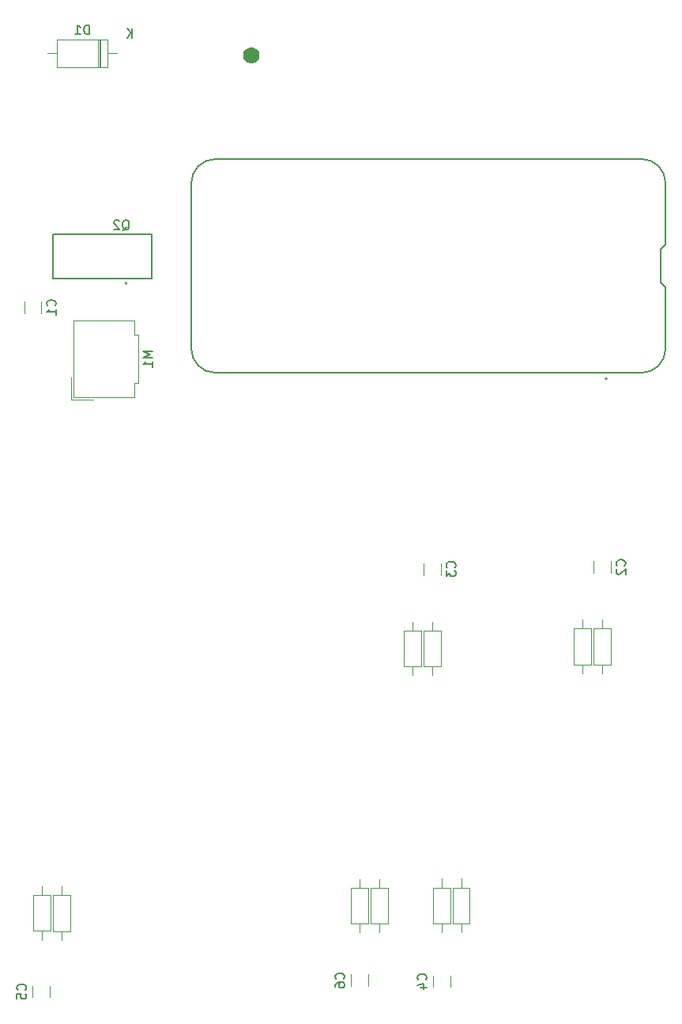
<source format=gbr>
%TF.GenerationSoftware,KiCad,Pcbnew,8.0.1*%
%TF.CreationDate,2024-05-06T19:00:19+02:00*%
%TF.ProjectId,teamagotchi,7465616d-6167-46f7-9463-68692e6b6963,rev?*%
%TF.SameCoordinates,Original*%
%TF.FileFunction,Legend,Bot*%
%TF.FilePolarity,Positive*%
%FSLAX46Y46*%
G04 Gerber Fmt 4.6, Leading zero omitted, Abs format (unit mm)*
G04 Created by KiCad (PCBNEW 8.0.1) date 2024-05-06 19:00:19*
%MOMM*%
%LPD*%
G01*
G04 APERTURE LIST*
%ADD10C,0.150000*%
%ADD11C,0.120000*%
%ADD12C,0.127000*%
%ADD13C,0.200000*%
%ADD14C,1.778000*%
G04 APERTURE END LIST*
D10*
X147169580Y-150439333D02*
X147217200Y-150391714D01*
X147217200Y-150391714D02*
X147264819Y-150248857D01*
X147264819Y-150248857D02*
X147264819Y-150153619D01*
X147264819Y-150153619D02*
X147217200Y-150010762D01*
X147217200Y-150010762D02*
X147121961Y-149915524D01*
X147121961Y-149915524D02*
X147026723Y-149867905D01*
X147026723Y-149867905D02*
X146836247Y-149820286D01*
X146836247Y-149820286D02*
X146693390Y-149820286D01*
X146693390Y-149820286D02*
X146502914Y-149867905D01*
X146502914Y-149867905D02*
X146407676Y-149915524D01*
X146407676Y-149915524D02*
X146312438Y-150010762D01*
X146312438Y-150010762D02*
X146264819Y-150153619D01*
X146264819Y-150153619D02*
X146264819Y-150248857D01*
X146264819Y-150248857D02*
X146312438Y-150391714D01*
X146312438Y-150391714D02*
X146360057Y-150439333D01*
X146264819Y-151296476D02*
X146264819Y-151106000D01*
X146264819Y-151106000D02*
X146312438Y-151010762D01*
X146312438Y-151010762D02*
X146360057Y-150963143D01*
X146360057Y-150963143D02*
X146502914Y-150867905D01*
X146502914Y-150867905D02*
X146693390Y-150820286D01*
X146693390Y-150820286D02*
X147074342Y-150820286D01*
X147074342Y-150820286D02*
X147169580Y-150867905D01*
X147169580Y-150867905D02*
X147217200Y-150915524D01*
X147217200Y-150915524D02*
X147264819Y-151010762D01*
X147264819Y-151010762D02*
X147264819Y-151201238D01*
X147264819Y-151201238D02*
X147217200Y-151296476D01*
X147217200Y-151296476D02*
X147169580Y-151344095D01*
X147169580Y-151344095D02*
X147074342Y-151391714D01*
X147074342Y-151391714D02*
X146836247Y-151391714D01*
X146836247Y-151391714D02*
X146741009Y-151344095D01*
X146741009Y-151344095D02*
X146693390Y-151296476D01*
X146693390Y-151296476D02*
X146645771Y-151201238D01*
X146645771Y-151201238D02*
X146645771Y-151010762D01*
X146645771Y-151010762D02*
X146693390Y-150915524D01*
X146693390Y-150915524D02*
X146741009Y-150867905D01*
X146741009Y-150867905D02*
X146836247Y-150820286D01*
X113069580Y-151639333D02*
X113117200Y-151591714D01*
X113117200Y-151591714D02*
X113164819Y-151448857D01*
X113164819Y-151448857D02*
X113164819Y-151353619D01*
X113164819Y-151353619D02*
X113117200Y-151210762D01*
X113117200Y-151210762D02*
X113021961Y-151115524D01*
X113021961Y-151115524D02*
X112926723Y-151067905D01*
X112926723Y-151067905D02*
X112736247Y-151020286D01*
X112736247Y-151020286D02*
X112593390Y-151020286D01*
X112593390Y-151020286D02*
X112402914Y-151067905D01*
X112402914Y-151067905D02*
X112307676Y-151115524D01*
X112307676Y-151115524D02*
X112212438Y-151210762D01*
X112212438Y-151210762D02*
X112164819Y-151353619D01*
X112164819Y-151353619D02*
X112164819Y-151448857D01*
X112164819Y-151448857D02*
X112212438Y-151591714D01*
X112212438Y-151591714D02*
X112260057Y-151639333D01*
X112164819Y-152544095D02*
X112164819Y-152067905D01*
X112164819Y-152067905D02*
X112641009Y-152020286D01*
X112641009Y-152020286D02*
X112593390Y-152067905D01*
X112593390Y-152067905D02*
X112545771Y-152163143D01*
X112545771Y-152163143D02*
X112545771Y-152401238D01*
X112545771Y-152401238D02*
X112593390Y-152496476D01*
X112593390Y-152496476D02*
X112641009Y-152544095D01*
X112641009Y-152544095D02*
X112736247Y-152591714D01*
X112736247Y-152591714D02*
X112974342Y-152591714D01*
X112974342Y-152591714D02*
X113069580Y-152544095D01*
X113069580Y-152544095D02*
X113117200Y-152496476D01*
X113117200Y-152496476D02*
X113164819Y-152401238D01*
X113164819Y-152401238D02*
X113164819Y-152163143D01*
X113164819Y-152163143D02*
X113117200Y-152067905D01*
X113117200Y-152067905D02*
X113069580Y-152020286D01*
X155969580Y-150539333D02*
X156017200Y-150491714D01*
X156017200Y-150491714D02*
X156064819Y-150348857D01*
X156064819Y-150348857D02*
X156064819Y-150253619D01*
X156064819Y-150253619D02*
X156017200Y-150110762D01*
X156017200Y-150110762D02*
X155921961Y-150015524D01*
X155921961Y-150015524D02*
X155826723Y-149967905D01*
X155826723Y-149967905D02*
X155636247Y-149920286D01*
X155636247Y-149920286D02*
X155493390Y-149920286D01*
X155493390Y-149920286D02*
X155302914Y-149967905D01*
X155302914Y-149967905D02*
X155207676Y-150015524D01*
X155207676Y-150015524D02*
X155112438Y-150110762D01*
X155112438Y-150110762D02*
X155064819Y-150253619D01*
X155064819Y-150253619D02*
X155064819Y-150348857D01*
X155064819Y-150348857D02*
X155112438Y-150491714D01*
X155112438Y-150491714D02*
X155160057Y-150539333D01*
X155398152Y-151396476D02*
X156064819Y-151396476D01*
X155017200Y-151158381D02*
X155731485Y-150920286D01*
X155731485Y-150920286D02*
X155731485Y-151539333D01*
X159069580Y-106439333D02*
X159117200Y-106391714D01*
X159117200Y-106391714D02*
X159164819Y-106248857D01*
X159164819Y-106248857D02*
X159164819Y-106153619D01*
X159164819Y-106153619D02*
X159117200Y-106010762D01*
X159117200Y-106010762D02*
X159021961Y-105915524D01*
X159021961Y-105915524D02*
X158926723Y-105867905D01*
X158926723Y-105867905D02*
X158736247Y-105820286D01*
X158736247Y-105820286D02*
X158593390Y-105820286D01*
X158593390Y-105820286D02*
X158402914Y-105867905D01*
X158402914Y-105867905D02*
X158307676Y-105915524D01*
X158307676Y-105915524D02*
X158212438Y-106010762D01*
X158212438Y-106010762D02*
X158164819Y-106153619D01*
X158164819Y-106153619D02*
X158164819Y-106248857D01*
X158164819Y-106248857D02*
X158212438Y-106391714D01*
X158212438Y-106391714D02*
X158260057Y-106439333D01*
X158164819Y-106772667D02*
X158164819Y-107391714D01*
X158164819Y-107391714D02*
X158545771Y-107058381D01*
X158545771Y-107058381D02*
X158545771Y-107201238D01*
X158545771Y-107201238D02*
X158593390Y-107296476D01*
X158593390Y-107296476D02*
X158641009Y-107344095D01*
X158641009Y-107344095D02*
X158736247Y-107391714D01*
X158736247Y-107391714D02*
X158974342Y-107391714D01*
X158974342Y-107391714D02*
X159069580Y-107344095D01*
X159069580Y-107344095D02*
X159117200Y-107296476D01*
X159117200Y-107296476D02*
X159164819Y-107201238D01*
X159164819Y-107201238D02*
X159164819Y-106915524D01*
X159164819Y-106915524D02*
X159117200Y-106820286D01*
X159117200Y-106820286D02*
X159069580Y-106772667D01*
X177269580Y-106229333D02*
X177317200Y-106181714D01*
X177317200Y-106181714D02*
X177364819Y-106038857D01*
X177364819Y-106038857D02*
X177364819Y-105943619D01*
X177364819Y-105943619D02*
X177317200Y-105800762D01*
X177317200Y-105800762D02*
X177221961Y-105705524D01*
X177221961Y-105705524D02*
X177126723Y-105657905D01*
X177126723Y-105657905D02*
X176936247Y-105610286D01*
X176936247Y-105610286D02*
X176793390Y-105610286D01*
X176793390Y-105610286D02*
X176602914Y-105657905D01*
X176602914Y-105657905D02*
X176507676Y-105705524D01*
X176507676Y-105705524D02*
X176412438Y-105800762D01*
X176412438Y-105800762D02*
X176364819Y-105943619D01*
X176364819Y-105943619D02*
X176364819Y-106038857D01*
X176364819Y-106038857D02*
X176412438Y-106181714D01*
X176412438Y-106181714D02*
X176460057Y-106229333D01*
X176460057Y-106610286D02*
X176412438Y-106657905D01*
X176412438Y-106657905D02*
X176364819Y-106753143D01*
X176364819Y-106753143D02*
X176364819Y-106991238D01*
X176364819Y-106991238D02*
X176412438Y-107086476D01*
X176412438Y-107086476D02*
X176460057Y-107134095D01*
X176460057Y-107134095D02*
X176555295Y-107181714D01*
X176555295Y-107181714D02*
X176650533Y-107181714D01*
X176650533Y-107181714D02*
X176793390Y-107134095D01*
X176793390Y-107134095D02*
X177364819Y-106562667D01*
X177364819Y-106562667D02*
X177364819Y-107181714D01*
X123460238Y-70381057D02*
X123555476Y-70333438D01*
X123555476Y-70333438D02*
X123650714Y-70238200D01*
X123650714Y-70238200D02*
X123793571Y-70095342D01*
X123793571Y-70095342D02*
X123888809Y-70047723D01*
X123888809Y-70047723D02*
X123984047Y-70047723D01*
X123936428Y-70285819D02*
X124031666Y-70238200D01*
X124031666Y-70238200D02*
X124126904Y-70142961D01*
X124126904Y-70142961D02*
X124174523Y-69952485D01*
X124174523Y-69952485D02*
X124174523Y-69619152D01*
X124174523Y-69619152D02*
X124126904Y-69428676D01*
X124126904Y-69428676D02*
X124031666Y-69333438D01*
X124031666Y-69333438D02*
X123936428Y-69285819D01*
X123936428Y-69285819D02*
X123745952Y-69285819D01*
X123745952Y-69285819D02*
X123650714Y-69333438D01*
X123650714Y-69333438D02*
X123555476Y-69428676D01*
X123555476Y-69428676D02*
X123507857Y-69619152D01*
X123507857Y-69619152D02*
X123507857Y-69952485D01*
X123507857Y-69952485D02*
X123555476Y-70142961D01*
X123555476Y-70142961D02*
X123650714Y-70238200D01*
X123650714Y-70238200D02*
X123745952Y-70285819D01*
X123745952Y-70285819D02*
X123936428Y-70285819D01*
X123126904Y-69381057D02*
X123079285Y-69333438D01*
X123079285Y-69333438D02*
X122984047Y-69285819D01*
X122984047Y-69285819D02*
X122745952Y-69285819D01*
X122745952Y-69285819D02*
X122650714Y-69333438D01*
X122650714Y-69333438D02*
X122603095Y-69381057D01*
X122603095Y-69381057D02*
X122555476Y-69476295D01*
X122555476Y-69476295D02*
X122555476Y-69571533D01*
X122555476Y-69571533D02*
X122603095Y-69714390D01*
X122603095Y-69714390D02*
X123174523Y-70285819D01*
X123174523Y-70285819D02*
X122555476Y-70285819D01*
X119918094Y-49390819D02*
X119918094Y-48390819D01*
X119918094Y-48390819D02*
X119679999Y-48390819D01*
X119679999Y-48390819D02*
X119537142Y-48438438D01*
X119537142Y-48438438D02*
X119441904Y-48533676D01*
X119441904Y-48533676D02*
X119394285Y-48628914D01*
X119394285Y-48628914D02*
X119346666Y-48819390D01*
X119346666Y-48819390D02*
X119346666Y-48962247D01*
X119346666Y-48962247D02*
X119394285Y-49152723D01*
X119394285Y-49152723D02*
X119441904Y-49247961D01*
X119441904Y-49247961D02*
X119537142Y-49343200D01*
X119537142Y-49343200D02*
X119679999Y-49390819D01*
X119679999Y-49390819D02*
X119918094Y-49390819D01*
X118394285Y-49390819D02*
X118965713Y-49390819D01*
X118679999Y-49390819D02*
X118679999Y-48390819D01*
X118679999Y-48390819D02*
X118775237Y-48533676D01*
X118775237Y-48533676D02*
X118870475Y-48628914D01*
X118870475Y-48628914D02*
X118965713Y-48676533D01*
X124521904Y-49760819D02*
X124521904Y-48760819D01*
X123950476Y-49760819D02*
X124379047Y-49189390D01*
X123950476Y-48760819D02*
X124521904Y-49332247D01*
X126714819Y-83296476D02*
X125714819Y-83296476D01*
X125714819Y-83296476D02*
X126429104Y-83629809D01*
X126429104Y-83629809D02*
X125714819Y-83963142D01*
X125714819Y-83963142D02*
X126714819Y-83963142D01*
X126714819Y-84963142D02*
X126714819Y-84391714D01*
X126714819Y-84677428D02*
X125714819Y-84677428D01*
X125714819Y-84677428D02*
X125857676Y-84582190D01*
X125857676Y-84582190D02*
X125952914Y-84486952D01*
X125952914Y-84486952D02*
X126000533Y-84391714D01*
X116269580Y-78439333D02*
X116317200Y-78391714D01*
X116317200Y-78391714D02*
X116364819Y-78248857D01*
X116364819Y-78248857D02*
X116364819Y-78153619D01*
X116364819Y-78153619D02*
X116317200Y-78010762D01*
X116317200Y-78010762D02*
X116221961Y-77915524D01*
X116221961Y-77915524D02*
X116126723Y-77867905D01*
X116126723Y-77867905D02*
X115936247Y-77820286D01*
X115936247Y-77820286D02*
X115793390Y-77820286D01*
X115793390Y-77820286D02*
X115602914Y-77867905D01*
X115602914Y-77867905D02*
X115507676Y-77915524D01*
X115507676Y-77915524D02*
X115412438Y-78010762D01*
X115412438Y-78010762D02*
X115364819Y-78153619D01*
X115364819Y-78153619D02*
X115364819Y-78248857D01*
X115364819Y-78248857D02*
X115412438Y-78391714D01*
X115412438Y-78391714D02*
X115460057Y-78439333D01*
X116364819Y-79391714D02*
X116364819Y-78820286D01*
X116364819Y-79106000D02*
X115364819Y-79106000D01*
X115364819Y-79106000D02*
X115507676Y-79010762D01*
X115507676Y-79010762D02*
X115602914Y-78915524D01*
X115602914Y-78915524D02*
X115650533Y-78820286D01*
D11*
%TO.C,R6*%
X159760000Y-144526000D02*
X159760000Y-145476000D01*
X158840000Y-144526000D02*
X160680000Y-144526000D01*
X158840000Y-140686000D02*
X158840000Y-144526000D01*
X160680000Y-144526000D02*
X160680000Y-140686000D01*
X160680000Y-140686000D02*
X158840000Y-140686000D01*
X159760000Y-140686000D02*
X159760000Y-139736000D01*
%TO.C,R4*%
X154560000Y-117016000D02*
X154560000Y-117966000D01*
X153640000Y-117016000D02*
X155480000Y-117016000D01*
X153640000Y-113176000D02*
X153640000Y-117016000D01*
X155480000Y-117016000D02*
X155480000Y-113176000D01*
X155480000Y-113176000D02*
X153640000Y-113176000D01*
X154560000Y-113176000D02*
X154560000Y-112226000D01*
%TO.C,R10*%
X150960000Y-144536000D02*
X150960000Y-145486000D01*
X150040000Y-144536000D02*
X151880000Y-144536000D01*
X150040000Y-140696000D02*
X150040000Y-144536000D01*
X151880000Y-144536000D02*
X151880000Y-140696000D01*
X151880000Y-140696000D02*
X150040000Y-140696000D01*
X150960000Y-140696000D02*
X150960000Y-139746000D01*
%TO.C,R9*%
X148860000Y-144536000D02*
X148860000Y-145486000D01*
X147940000Y-144536000D02*
X149780000Y-144536000D01*
X147940000Y-140696000D02*
X147940000Y-144536000D01*
X149780000Y-144536000D02*
X149780000Y-140696000D01*
X149780000Y-140696000D02*
X147940000Y-140696000D01*
X148860000Y-140696000D02*
X148860000Y-139746000D01*
%TO.C,R8*%
X116960000Y-145336000D02*
X116960000Y-146286000D01*
X116040000Y-145336000D02*
X117880000Y-145336000D01*
X116040000Y-141496000D02*
X116040000Y-145336000D01*
X117880000Y-145336000D02*
X117880000Y-141496000D01*
X117880000Y-141496000D02*
X116040000Y-141496000D01*
X116960000Y-141496000D02*
X116960000Y-140546000D01*
%TO.C,R7*%
X114860000Y-145326000D02*
X114860000Y-146276000D01*
X113940000Y-145326000D02*
X115780000Y-145326000D01*
X113940000Y-141486000D02*
X113940000Y-145326000D01*
X115780000Y-145326000D02*
X115780000Y-141486000D01*
X115780000Y-141486000D02*
X113940000Y-141486000D01*
X114860000Y-141486000D02*
X114860000Y-140536000D01*
%TO.C,C6*%
X149780000Y-151235000D02*
X149780000Y-149977000D01*
X147940000Y-151235000D02*
X147940000Y-149977000D01*
%TO.C,C5*%
X115680000Y-152435000D02*
X115680000Y-151177000D01*
X113840000Y-152435000D02*
X113840000Y-151177000D01*
%TO.C,C4*%
X158580000Y-151335000D02*
X158580000Y-150077000D01*
X156740000Y-151335000D02*
X156740000Y-150077000D01*
%TO.C,C3*%
X157580000Y-105977000D02*
X157580000Y-107235000D01*
X155740000Y-105977000D02*
X155740000Y-107235000D01*
%TO.C,C2*%
X173940000Y-105767000D02*
X173940000Y-107025000D01*
X175780000Y-105767000D02*
X175780000Y-107025000D01*
D12*
%TO.C,Q2*%
X126590000Y-75516000D02*
X126590000Y-70816000D01*
X116050000Y-75516000D02*
X126590000Y-75516000D01*
X126590000Y-70816000D02*
X116050000Y-70816000D01*
X116050000Y-70816000D02*
X116050000Y-75516000D01*
D13*
X123960000Y-76026000D02*
G75*
G02*
X123760000Y-76026000I-100000J0D01*
G01*
X123760000Y-76026000D02*
G75*
G02*
X123960000Y-76026000I100000J0D01*
G01*
D11*
%TO.C,R3*%
X155740000Y-113176000D02*
X155740000Y-117016000D01*
X157580000Y-113176000D02*
X155740000Y-113176000D01*
X156660000Y-117016000D02*
X156660000Y-117966000D01*
X156660000Y-113176000D02*
X156660000Y-112226000D01*
X155740000Y-117016000D02*
X157580000Y-117016000D01*
X157580000Y-117016000D02*
X157580000Y-113176000D01*
%TO.C,R2*%
X173680000Y-116816000D02*
X173680000Y-112976000D01*
X171840000Y-116816000D02*
X173680000Y-116816000D01*
X172760000Y-112976000D02*
X172760000Y-112026000D01*
X172760000Y-116816000D02*
X172760000Y-117766000D01*
X173680000Y-112976000D02*
X171840000Y-112976000D01*
X171840000Y-112976000D02*
X171840000Y-116816000D01*
%TO.C,R1*%
X175780000Y-116816000D02*
X175780000Y-112976000D01*
X173940000Y-116816000D02*
X175780000Y-116816000D01*
X174860000Y-112976000D02*
X174860000Y-112026000D01*
X174860000Y-116816000D02*
X174860000Y-117766000D01*
X175780000Y-112976000D02*
X173940000Y-112976000D01*
X173940000Y-112976000D02*
X173940000Y-116816000D01*
%TO.C,R5*%
X156740000Y-140686000D02*
X156740000Y-144526000D01*
X158580000Y-140686000D02*
X156740000Y-140686000D01*
X157660000Y-144526000D02*
X157660000Y-145476000D01*
X157660000Y-140686000D02*
X157660000Y-139736000D01*
X156740000Y-144526000D02*
X158580000Y-144526000D01*
X158580000Y-144526000D02*
X158580000Y-140686000D01*
%TO.C,D1*%
X121900000Y-52876000D02*
X121900000Y-49936000D01*
X121900000Y-51406000D02*
X122920000Y-51406000D01*
X121900000Y-49936000D02*
X116460000Y-49936000D01*
X121120000Y-52876000D02*
X121120000Y-49936000D01*
X121000000Y-52876000D02*
X121000000Y-49936000D01*
X120880000Y-52876000D02*
X120880000Y-49936000D01*
X116460000Y-52876000D02*
X121900000Y-52876000D01*
X116460000Y-51406000D02*
X115440000Y-51406000D01*
X116460000Y-49936000D02*
X116460000Y-52876000D01*
D12*
%TO.C,U1*%
X130850000Y-65276000D02*
X130850000Y-83056000D01*
X133390000Y-85596000D02*
X179110000Y-85596000D01*
X179110000Y-62736000D02*
X133390000Y-62736000D01*
X181142000Y-72388000D02*
X181650000Y-71880000D01*
X181142000Y-75944000D02*
X181142000Y-72388000D01*
X181650000Y-71880000D02*
X181650000Y-65276000D01*
X181650000Y-76452000D02*
X181142000Y-75944000D01*
X181650000Y-83056000D02*
X181650000Y-76452000D01*
X130850000Y-65276000D02*
G75*
G02*
X133390000Y-62736000I2540000J0D01*
G01*
X133390000Y-85596000D02*
G75*
G02*
X130850000Y-83056000I1J2540001D01*
G01*
X179110000Y-62736000D02*
G75*
G02*
X181650000Y-65276000I0J-2540000D01*
G01*
X181650000Y-83056000D02*
G75*
G02*
X179110000Y-85596000I-2540001J1D01*
G01*
D13*
X175400000Y-86231000D02*
G75*
G02*
X175200000Y-86231000I-100000J0D01*
G01*
X175200000Y-86231000D02*
G75*
G02*
X175400000Y-86231000I100000J0D01*
G01*
D11*
%TO.C,M1*%
X117950000Y-86106000D02*
X117950000Y-88516000D01*
X117950000Y-88516000D02*
X120360000Y-88516000D01*
X118250000Y-79996000D02*
X124770000Y-79996000D01*
X118250000Y-84106000D02*
X118250000Y-79996000D01*
X118250000Y-84106000D02*
X118250000Y-88216000D01*
X118250000Y-88216000D02*
X124770000Y-88216000D01*
X124770000Y-79996000D02*
X124770000Y-81496000D01*
X124770000Y-81496000D02*
X125170000Y-81496000D01*
X124770000Y-86716000D02*
X125170000Y-86716000D01*
X124770000Y-88216000D02*
X124770000Y-86716000D01*
X125170000Y-81496000D02*
X125170000Y-84106000D01*
X125170000Y-86716000D02*
X125170000Y-84106000D01*
%TO.C,C1*%
X112940000Y-77977000D02*
X112940000Y-79235000D01*
X114780000Y-77977000D02*
X114780000Y-79235000D01*
%TD*%
D14*
%TO.C,TFT1*%
X137240000Y-51606000D03*
%TD*%
M02*

</source>
